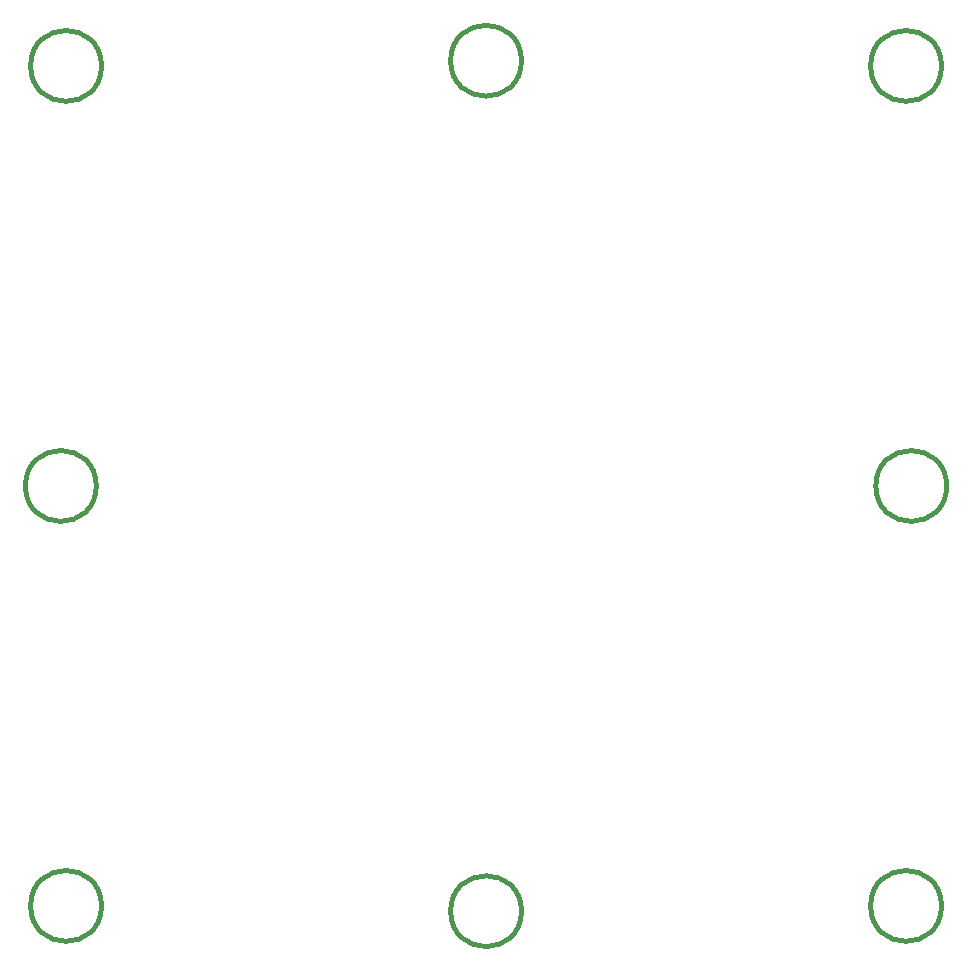
<source format=gbr>
G04 #@! TF.GenerationSoftware,KiCad,Pcbnew,5.99.0-unknown-43001cae3~104~ubuntu18.04.1*
G04 #@! TF.CreationDate,2020-11-12T23:28:15+01:00*
G04 #@! TF.ProjectId,QFHMIX01C,5146484d-4958-4303-9143-2e6b69636164,REV 0.2*
G04 #@! TF.SameCoordinates,Original*
G04 #@! TF.FileFunction,Other,Comment*
%FSLAX45Y45*%
G04 Gerber Fmt 4.5, Leading zero omitted, Abs format (unit mm)*
G04 Created by KiCad (PCBNEW 5.99.0-unknown-43001cae3~104~ubuntu18.04.1) date 2020-11-12 23:28:15*
%MOMM*%
%LPD*%
G01*
G04 APERTURE LIST*
%ADD10C,0.381000*%
G04 APERTURE END LIST*
D10*
X18855974Y-12556000D02*
G75*
G03*
X18855974Y-12556000I-299974J0D01*
G01*
X18855974Y-5444000D02*
G75*
G03*
X18855974Y-5444000I-299974J0D01*
G01*
X11743974Y-12556000D02*
G75*
G03*
X11743974Y-12556000I-299974J0D01*
G01*
X15299974Y-12600000D02*
G75*
G03*
X15299974Y-12600000I-299974J0D01*
G01*
X15299974Y-5400000D02*
G75*
G03*
X15299974Y-5400000I-299974J0D01*
G01*
X18899974Y-9000000D02*
G75*
G03*
X18899974Y-9000000I-299974J0D01*
G01*
X11699974Y-9000000D02*
G75*
G03*
X11699974Y-9000000I-299974J0D01*
G01*
X11743974Y-5444000D02*
G75*
G03*
X11743974Y-5444000I-299974J0D01*
G01*
M02*

</source>
